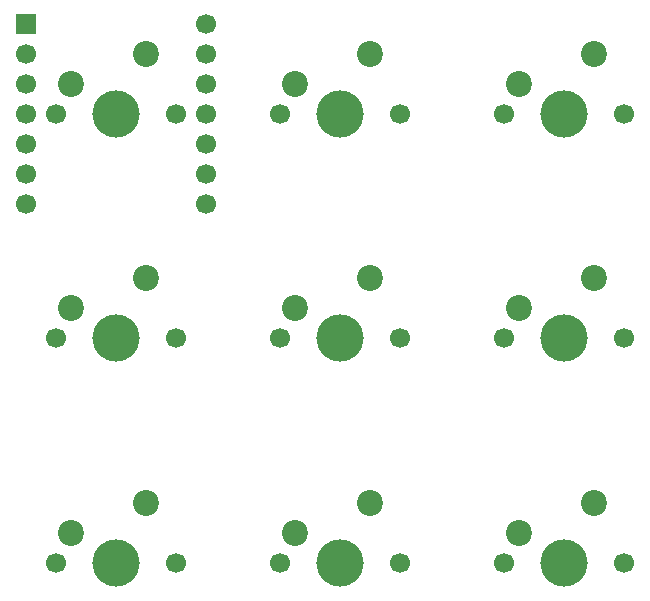
<source format=gbr>
G04 #@! TF.GenerationSoftware,KiCad,Pcbnew,8.0.6*
G04 #@! TF.CreationDate,2024-10-24T18:52:45+08:00*
G04 #@! TF.ProjectId,hackpad,6861636b-7061-4642-9e6b-696361645f70,rev?*
G04 #@! TF.SameCoordinates,Original*
G04 #@! TF.FileFunction,Soldermask,Bot*
G04 #@! TF.FilePolarity,Negative*
%FSLAX46Y46*%
G04 Gerber Fmt 4.6, Leading zero omitted, Abs format (unit mm)*
G04 Created by KiCad (PCBNEW 8.0.6) date 2024-10-24 18:52:45*
%MOMM*%
%LPD*%
G01*
G04 APERTURE LIST*
%ADD10C,1.700000*%
%ADD11C,4.000000*%
%ADD12C,2.200000*%
%ADD13R,1.700000X1.700000*%
G04 APERTURE END LIST*
D10*
X151420000Y-96540000D03*
D11*
X156500000Y-96540000D03*
D10*
X161580000Y-96540000D03*
D12*
X159040000Y-91460000D03*
X152690000Y-94000000D03*
D10*
X151420000Y-58500000D03*
D11*
X156500000Y-58500000D03*
D10*
X161580000Y-58500000D03*
D12*
X159040000Y-53420000D03*
X152690000Y-55960000D03*
D10*
X113420000Y-96500000D03*
D11*
X118500000Y-96500000D03*
D10*
X123580000Y-96500000D03*
D12*
X121040000Y-91420000D03*
X114690000Y-93960000D03*
D10*
X113420000Y-58500000D03*
D11*
X118500000Y-58500000D03*
D10*
X123580000Y-58500000D03*
D12*
X121040000Y-53420000D03*
X114690000Y-55960000D03*
D13*
X110875000Y-50880000D03*
D10*
X110875000Y-53420000D03*
X110875000Y-55960000D03*
X110875000Y-58500000D03*
X110875000Y-61040000D03*
X110875000Y-63580000D03*
X110875000Y-66120000D03*
X126125000Y-66120000D03*
X126125000Y-63580000D03*
X126125000Y-61040000D03*
X126125000Y-58500000D03*
X126125000Y-55960000D03*
X126125000Y-53420000D03*
X126125000Y-50880000D03*
X151420000Y-77500000D03*
D11*
X156500000Y-77500000D03*
D10*
X161580000Y-77500000D03*
D12*
X159040000Y-72420000D03*
X152690000Y-74960000D03*
D10*
X132420000Y-77500000D03*
D11*
X137500000Y-77500000D03*
D10*
X142580000Y-77500000D03*
D12*
X140040000Y-72420000D03*
X133690000Y-74960000D03*
D10*
X132420000Y-96500000D03*
D11*
X137500000Y-96500000D03*
D10*
X142580000Y-96500000D03*
D12*
X140040000Y-91420000D03*
X133690000Y-93960000D03*
D10*
X113420000Y-77500000D03*
D11*
X118500000Y-77500000D03*
D10*
X123580000Y-77500000D03*
D12*
X121040000Y-72420000D03*
X114690000Y-74960000D03*
D10*
X132420000Y-58500000D03*
D11*
X137500000Y-58500000D03*
D10*
X142580000Y-58500000D03*
D12*
X140040000Y-53420000D03*
X133690000Y-55960000D03*
M02*

</source>
